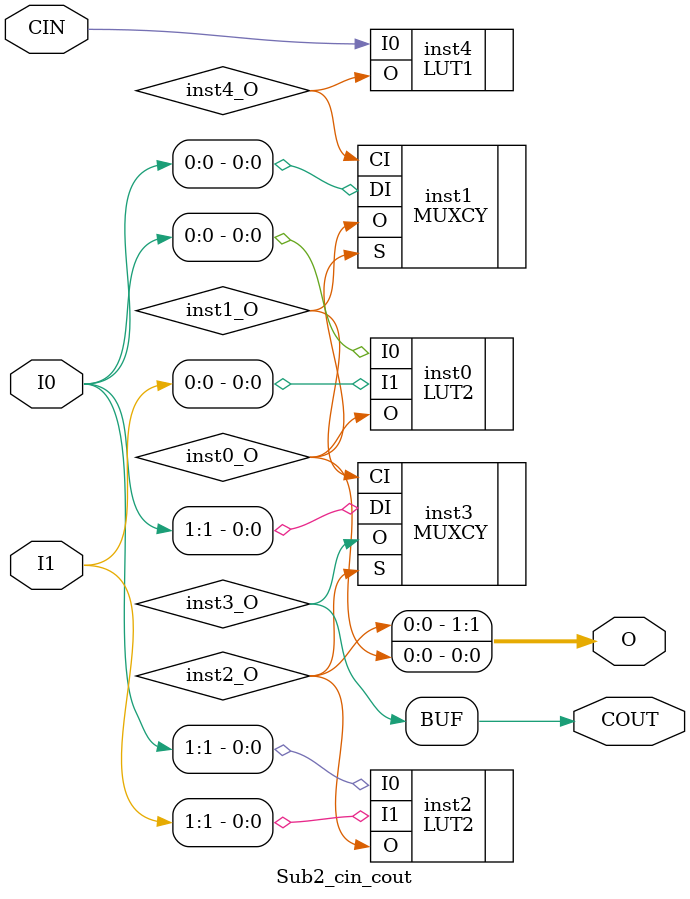
<source format=v>
module Sub2_cin_cout (input [1:0] I0, input [1:0] I1, input  CIN, output [1:0] O, output  COUT);
wire  inst0_O;
wire  inst1_O;
wire  inst2_O;
wire  inst3_O;
wire  inst4_O;
LUT2 #(.INIT(4'h9)) inst0 (.I0(I0[0]), .I1(I1[0]), .O(inst0_O));
MUXCY inst1 (.DI(I0[0]), .CI(inst4_O), .S(inst0_O), .O(inst1_O));
LUT2 #(.INIT(4'h9)) inst2 (.I0(I0[1]), .I1(I1[1]), .O(inst2_O));
MUXCY inst3 (.DI(I0[1]), .CI(inst1_O), .S(inst2_O), .O(inst3_O));
LUT1 #(.INIT(2'h1)) inst4 (.I0(CIN), .O(inst4_O));
assign O = {inst2_O,inst0_O};
assign COUT = inst3_O;
endmodule


</source>
